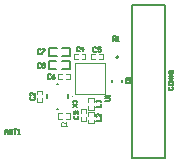
<source format=gto>
G04*
G04 #@! TF.GenerationSoftware,Altium Limited,Altium Designer,21.3.2 (30)*
G04*
G04 Layer_Color=65535*
%FSLAX44Y44*%
%MOMM*%
G71*
G04*
G04 #@! TF.SameCoordinates,63FCB1AE-FA75-410F-B4B2-0E9A8DB9BD7B*
G04*
G04*
G04 #@! TF.FilePolarity,Positive*
G04*
G01*
G75*
%ADD10C,0.2000*%
%ADD11C,0.1250*%
%ADD12C,0.1270*%
%ADD13C,0.1524*%
%ADD14C,0.1200*%
D10*
X1178000Y732635D02*
G03*
X1178000Y732635I-1000J0D01*
G01*
X1189427Y776760D02*
X1189427Y647220D01*
X1189427Y776760D02*
X1217367D01*
X1217367Y647220D01*
X1189427D02*
X1217367D01*
D11*
X1139770Y699600D02*
G03*
X1139770Y699600I-620J0D01*
G01*
X1141095Y701505D02*
Y727495D01*
X1166905D01*
Y701505D02*
Y727495D01*
X1141095Y701505D02*
X1166905D01*
X1152589Y676484D02*
Y679634D01*
Y683134D02*
Y686284D01*
X1156989Y676484D02*
Y679634D01*
Y683134D02*
Y686284D01*
X1152589D02*
X1156989D01*
X1152589Y676484D02*
X1156989D01*
X1152591Y687912D02*
Y691062D01*
Y694562D02*
Y697712D01*
X1156991Y687912D02*
Y691062D01*
Y694562D02*
Y697712D01*
X1152591D02*
X1156991D01*
X1152591Y687912D02*
X1156991D01*
X1133799Y714004D02*
X1136949D01*
Y718404D01*
X1127149Y714004D02*
X1130299D01*
X1127149D02*
Y718404D01*
X1133799D02*
X1136949D01*
X1127149D02*
X1130299D01*
X1161747Y730590D02*
X1164897D01*
Y734990D01*
X1155097Y730590D02*
X1158247D01*
X1155097D02*
Y734990D01*
X1161747D02*
X1164897D01*
X1155097D02*
X1158247D01*
X1140350Y735600D02*
X1143500D01*
X1140350Y731200D02*
Y735600D01*
X1147000D02*
X1150150D01*
Y731200D02*
Y735600D01*
X1140350Y731200D02*
X1143500D01*
X1147000D02*
X1150150D01*
X1150599Y685254D02*
Y688404D01*
X1146199D02*
X1150599D01*
Y678604D02*
Y681754D01*
X1146199Y678604D02*
X1150599D01*
X1146199Y685254D02*
Y688404D01*
Y678604D02*
Y681754D01*
X1108999Y694454D02*
Y697604D01*
Y694454D02*
X1113399D01*
X1108999Y701104D02*
Y704254D01*
X1113399D01*
Y694454D02*
Y697604D01*
Y701104D02*
Y704254D01*
X1126949Y684904D02*
X1130099D01*
X1126949Y680504D02*
Y684904D01*
X1133599D02*
X1136749D01*
Y680504D02*
Y684904D01*
X1126949Y680504D02*
X1130099D01*
X1133599D02*
X1136749D01*
D12*
X1181500Y711785D02*
Y713485D01*
X1172500Y711785D02*
Y713485D01*
X1082053Y667497D02*
Y670036D01*
X1083323Y671305D01*
X1084592Y670036D01*
Y667497D01*
Y669401D01*
X1082053D01*
X1085862Y667497D02*
Y671305D01*
X1088401Y667497D01*
Y671305D01*
X1089671D02*
X1092210D01*
X1090940D01*
Y667497D01*
X1093479D02*
X1094749D01*
X1094114D01*
Y671305D01*
X1093479Y670671D01*
X1173461Y746315D02*
Y750123D01*
X1175365D01*
X1176000Y749489D01*
Y748219D01*
X1175365Y747584D01*
X1173461D01*
X1174730D02*
X1176000Y746315D01*
X1177270D02*
X1178539D01*
X1177904D01*
Y750123D01*
X1177270Y749489D01*
X1221328Y707376D02*
X1220693Y706742D01*
Y705472D01*
X1221328Y704837D01*
X1223867D01*
X1224502Y705472D01*
Y706742D01*
X1223867Y707376D01*
X1220693Y710550D02*
Y709281D01*
X1221328Y708646D01*
X1223867D01*
X1224502Y709281D01*
Y710550D01*
X1223867Y711185D01*
X1221328D01*
X1220693Y710550D01*
X1224502Y712455D02*
X1220693D01*
X1224502Y714994D01*
X1220693D01*
X1224502Y716264D02*
X1220693D01*
X1224502Y718803D01*
X1220693D01*
X1224502Y720072D02*
Y721342D01*
Y720707D01*
X1220693D01*
X1221328Y720072D01*
X1139395Y690664D02*
X1143204Y693204D01*
X1139395D02*
X1143204Y690664D01*
Y694473D02*
Y695743D01*
Y695108D01*
X1139395D01*
X1140030Y694473D01*
X1167096Y695443D02*
X1170270D01*
X1170904Y696078D01*
Y697347D01*
X1170270Y697982D01*
X1167096D01*
X1170904Y699252D02*
Y700521D01*
Y699886D01*
X1167096D01*
X1167730Y699252D01*
X1159234Y678211D02*
X1163043D01*
Y680750D01*
Y684558D02*
Y682019D01*
X1160504Y684558D01*
X1159869D01*
X1159234Y683924D01*
Y682654D01*
X1159869Y682019D01*
X1159235Y690584D02*
X1163044D01*
Y693124D01*
Y694393D02*
Y695663D01*
Y695028D01*
X1159235D01*
X1159870Y694393D01*
X1184096Y710569D02*
X1187904D01*
Y712473D01*
X1187270Y713108D01*
X1184730D01*
X1184096Y712473D01*
Y710569D01*
X1187904Y714378D02*
Y715647D01*
Y715012D01*
X1184096D01*
X1184730Y714378D01*
X1112165Y726770D02*
X1111530Y727404D01*
X1110261D01*
X1109626Y726770D01*
Y724230D01*
X1110261Y723596D01*
X1111530D01*
X1112165Y724230D01*
X1113435Y726770D02*
X1114070Y727404D01*
X1115339D01*
X1115974Y726770D01*
Y726135D01*
X1115339Y725500D01*
X1115974Y724865D01*
Y724230D01*
X1115339Y723596D01*
X1114070D01*
X1113435Y724230D01*
Y724865D01*
X1114070Y725500D01*
X1113435Y726135D01*
Y726770D01*
X1114070Y725500D02*
X1115339D01*
X1112165Y738570D02*
X1111530Y739204D01*
X1110261D01*
X1109626Y738570D01*
Y736031D01*
X1110261Y735396D01*
X1111530D01*
X1112165Y736031D01*
X1113435Y739204D02*
X1115974D01*
Y738570D01*
X1113435Y736031D01*
Y735396D01*
X1120765Y717373D02*
X1120130Y718008D01*
X1118860D01*
X1118225Y717373D01*
Y714834D01*
X1118860Y714199D01*
X1120130D01*
X1120765Y714834D01*
X1124573Y718008D02*
X1123304Y717373D01*
X1122034Y716104D01*
Y714834D01*
X1122669Y714199D01*
X1123939D01*
X1124573Y714834D01*
Y715469D01*
X1123939Y716104D01*
X1122034D01*
X1159461Y740495D02*
X1158826Y741130D01*
X1157556D01*
X1156921Y740495D01*
Y737956D01*
X1157556Y737321D01*
X1158826D01*
X1159461Y737956D01*
X1163269Y741130D02*
X1160730D01*
Y739226D01*
X1162000Y739860D01*
X1162635D01*
X1163269Y739226D01*
Y737956D01*
X1162635Y737321D01*
X1161365D01*
X1160730Y737956D01*
X1145165Y740570D02*
X1144530Y741204D01*
X1143261D01*
X1142626Y740570D01*
Y738030D01*
X1143261Y737396D01*
X1144530D01*
X1145165Y738030D01*
X1148339Y737396D02*
Y741204D01*
X1146435Y739300D01*
X1148974D01*
X1141090Y682919D02*
X1140455Y682284D01*
Y681014D01*
X1141090Y680380D01*
X1143629D01*
X1144264Y681014D01*
Y682284D01*
X1143629Y682919D01*
X1141090Y684189D02*
X1140455Y684823D01*
Y686093D01*
X1141090Y686728D01*
X1141724D01*
X1142359Y686093D01*
Y685458D01*
Y686093D01*
X1142994Y686728D01*
X1143629D01*
X1144264Y686093D01*
Y684823D01*
X1143629Y684189D01*
X1104030Y698669D02*
X1103395Y698034D01*
Y696764D01*
X1104030Y696130D01*
X1106569D01*
X1107204Y696764D01*
Y698034D01*
X1106569Y698669D01*
X1107204Y702478D02*
Y699938D01*
X1104665Y702478D01*
X1104030D01*
X1103395Y701843D01*
Y700573D01*
X1104030Y699938D01*
D13*
X1119001Y729201D02*
X1125501D01*
X1130501D02*
X1137001D01*
X1119001Y722201D02*
X1125501D01*
X1130501D02*
X1137001D01*
Y729201D01*
X1119001Y722201D02*
Y729201D01*
X1125849Y710154D02*
X1127049D01*
X1117649Y697754D02*
Y700954D01*
X1135249Y697754D02*
Y700954D01*
X1125849Y688554D02*
X1127049D01*
X1137199Y733499D02*
Y740499D01*
X1119199Y733499D02*
Y740499D01*
X1125699D01*
X1130699D02*
X1137199D01*
X1119199Y733499D02*
X1125699D01*
X1130699D02*
X1137199D01*
D14*
X1131899Y677173D02*
X1131265Y677808D01*
X1129995D01*
X1129360Y677173D01*
Y674634D01*
X1129995Y673999D01*
X1131265D01*
X1131899Y674634D01*
X1133169Y673999D02*
X1134438D01*
X1133804D01*
Y677808D01*
X1133169Y677173D01*
M02*

</source>
